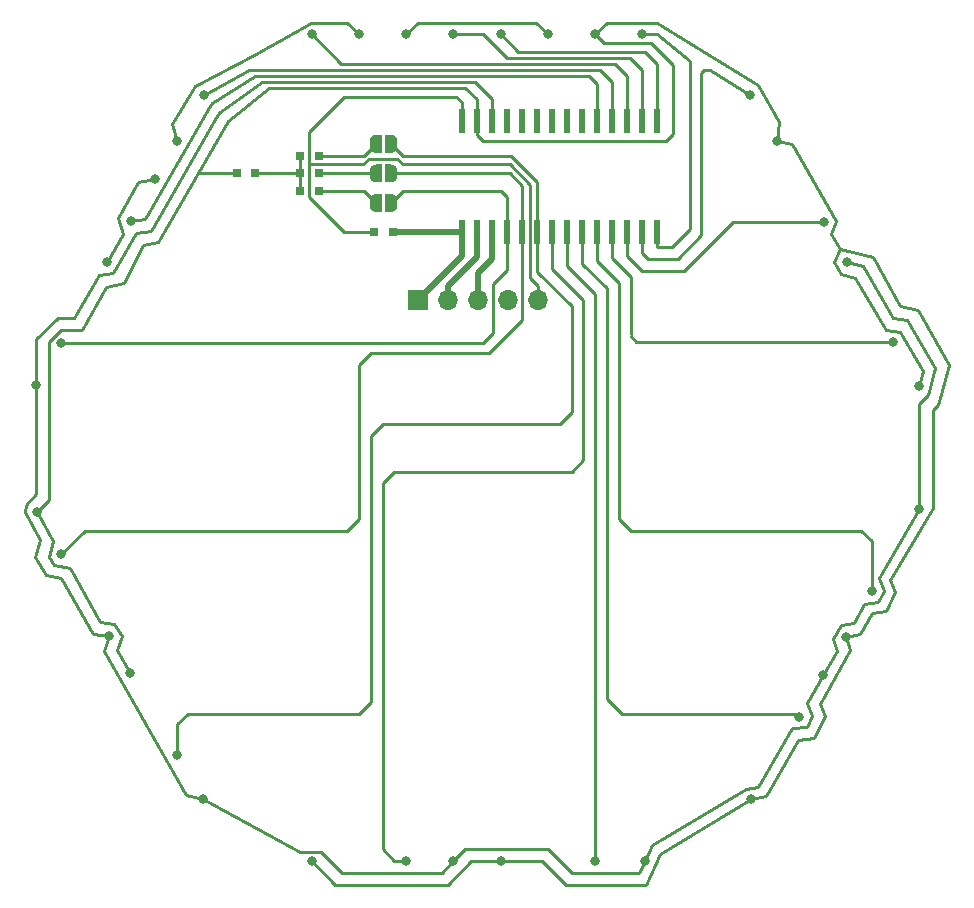
<source format=gbl>
G04 #@! TF.GenerationSoftware,KiCad,Pcbnew,(5.0.2)-1*
G04 #@! TF.CreationDate,2020-09-09T23:39:04+09:00*
G04 #@! TF.ProjectId,Tile,54696c65-2e6b-4696-9361-645f70636258,rev?*
G04 #@! TF.SameCoordinates,Original*
G04 #@! TF.FileFunction,Copper,L2,Bot*
G04 #@! TF.FilePolarity,Positive*
%FSLAX46Y46*%
G04 Gerber Fmt 4.6, Leading zero omitted, Abs format (unit mm)*
G04 Created by KiCad (PCBNEW (5.0.2)-1) date 2020/09/09 23:39:04*
%MOMM*%
%LPD*%
G01*
G04 APERTURE LIST*
G04 #@! TA.AperFunction,SMDPad,CuDef*
%ADD10R,0.600000X2.000000*%
G04 #@! TD*
G04 #@! TA.AperFunction,SMDPad,CuDef*
%ADD11R,0.800000X0.800000*%
G04 #@! TD*
G04 #@! TA.AperFunction,SMDPad,CuDef*
%ADD12C,0.500000*%
G04 #@! TD*
G04 #@! TA.AperFunction,Conductor*
%ADD13C,0.100000*%
G04 #@! TD*
G04 #@! TA.AperFunction,ComponentPad*
%ADD14R,1.700000X1.700000*%
G04 #@! TD*
G04 #@! TA.AperFunction,ComponentPad*
%ADD15O,1.700000X1.700000*%
G04 #@! TD*
G04 #@! TA.AperFunction,ViaPad*
%ADD16C,0.800000*%
G04 #@! TD*
G04 #@! TA.AperFunction,Conductor*
%ADD17C,0.250000*%
G04 #@! TD*
G04 #@! TA.AperFunction,Conductor*
%ADD18C,0.500000*%
G04 #@! TD*
G04 APERTURE END LIST*
D10*
G04 #@! TO.P,U1,1*
G04 #@! TO.N,GND*
X128745000Y-77300000D03*
G04 #@! TO.P,U1,2*
G04 #@! TO.N,Net-(D1-Pad1)*
X130015000Y-77300000D03*
G04 #@! TO.P,U1,3*
G04 #@! TO.N,Net-(D17-Pad1)*
X131285000Y-77300000D03*
G04 #@! TO.P,U1,4*
G04 #@! TO.N,Net-(U1-Pad4)*
X132555000Y-77300000D03*
G04 #@! TO.P,U1,5*
G04 #@! TO.N,Net-(U1-Pad5)*
X133825000Y-77300000D03*
G04 #@! TO.P,U1,6*
G04 #@! TO.N,Net-(U1-Pad6)*
X135095000Y-77300000D03*
G04 #@! TO.P,U1,7*
G04 #@! TO.N,Net-(U1-Pad7)*
X136365000Y-77300000D03*
G04 #@! TO.P,U1,8*
G04 #@! TO.N,Net-(U1-Pad8)*
X137635000Y-77300000D03*
G04 #@! TO.P,U1,9*
G04 #@! TO.N,Net-(U1-Pad9)*
X138905000Y-77300000D03*
G04 #@! TO.P,U1,10*
G04 #@! TO.N,Net-(D16-Pad2)*
X140175000Y-77300000D03*
G04 #@! TO.P,U1,11*
G04 #@! TO.N,Net-(D15-Pad2)*
X141445000Y-77300000D03*
G04 #@! TO.P,U1,12*
G04 #@! TO.N,Net-(D14-Pad2)*
X142715000Y-77300000D03*
G04 #@! TO.P,U1,13*
G04 #@! TO.N,Net-(D13-Pad2)*
X143985000Y-77300000D03*
G04 #@! TO.P,U1,14*
G04 #@! TO.N,Net-(D12-Pad2)*
X145255000Y-77300000D03*
G04 #@! TO.P,U1,15*
G04 #@! TO.N,Net-(D11-Pad2)*
X145255000Y-86700000D03*
G04 #@! TO.P,U1,16*
G04 #@! TO.N,Net-(D10-Pad2)*
X143985000Y-86700000D03*
G04 #@! TO.P,U1,17*
G04 #@! TO.N,Net-(D9-Pad2)*
X142715000Y-86700000D03*
G04 #@! TO.P,U1,18*
G04 #@! TO.N,Net-(D24-Pad2)*
X141445000Y-86700000D03*
G04 #@! TO.P,U1,19*
G04 #@! TO.N,Net-(D23-Pad2)*
X140175000Y-86700000D03*
G04 #@! TO.P,U1,20*
G04 #@! TO.N,Net-(D22-Pad2)*
X138905000Y-86700000D03*
G04 #@! TO.P,U1,21*
G04 #@! TO.N,Net-(D21-Pad2)*
X137635000Y-86700000D03*
G04 #@! TO.P,U1,22*
G04 #@! TO.N,Net-(D20-Pad2)*
X136365000Y-86700000D03*
G04 #@! TO.P,U1,23*
G04 #@! TO.N,Net-(D19-Pad2)*
X135095000Y-86700000D03*
G04 #@! TO.P,U1,24*
G04 #@! TO.N,Net-(D18-Pad2)*
X133825000Y-86700000D03*
G04 #@! TO.P,U1,25*
G04 #@! TO.N,Net-(D1-Pad2)*
X132555000Y-86700000D03*
G04 #@! TO.P,U1,26*
G04 #@! TO.N,SCL*
X131285000Y-86700000D03*
G04 #@! TO.P,U1,27*
G04 #@! TO.N,SDA*
X130015000Y-86700000D03*
G04 #@! TO.P,U1,28*
G04 #@! TO.N,+5V*
X128745000Y-86700000D03*
G04 #@! TD*
D11*
G04 #@! TO.P,C1,1*
G04 #@! TO.N,+5V*
X122900000Y-86750000D03*
G04 #@! TO.P,C1,2*
G04 #@! TO.N,GND*
X121300000Y-86750000D03*
G04 #@! TD*
G04 #@! TO.P,D25,1*
G04 #@! TO.N,Net-(D25-Pad1)*
X111240130Y-81746186D03*
G04 #@! TO.P,D25,2*
G04 #@! TO.N,Net-(D1-Pad1)*
X109640130Y-81746186D03*
G04 #@! TD*
D12*
G04 #@! TO.P,A2,2*
G04 #@! TO.N,Net-(D1-Pad2)*
X122730130Y-84253186D03*
D13*
G04 #@! TD*
G04 #@! TO.N,Net-(D1-Pad2)*
G04 #@! TO.C,A2*
G36*
X122730130Y-83503788D02*
X122754664Y-83503788D01*
X122803495Y-83508598D01*
X122851620Y-83518170D01*
X122898575Y-83532414D01*
X122943908Y-83551191D01*
X122987181Y-83574322D01*
X123027980Y-83601582D01*
X123065909Y-83632710D01*
X123100606Y-83667407D01*
X123131734Y-83705336D01*
X123158994Y-83746135D01*
X123182125Y-83789408D01*
X123200902Y-83834741D01*
X123215146Y-83881696D01*
X123224718Y-83929821D01*
X123229528Y-83978652D01*
X123229528Y-84003186D01*
X123230130Y-84003186D01*
X123230130Y-84503186D01*
X123229528Y-84503186D01*
X123229528Y-84527720D01*
X123224718Y-84576551D01*
X123215146Y-84624676D01*
X123200902Y-84671631D01*
X123182125Y-84716964D01*
X123158994Y-84760237D01*
X123131734Y-84801036D01*
X123100606Y-84838965D01*
X123065909Y-84873662D01*
X123027980Y-84904790D01*
X122987181Y-84932050D01*
X122943908Y-84955181D01*
X122898575Y-84973958D01*
X122851620Y-84988202D01*
X122803495Y-84997774D01*
X122754664Y-85002584D01*
X122730130Y-85002584D01*
X122730130Y-85003186D01*
X122230130Y-85003186D01*
X122230130Y-83503186D01*
X122730130Y-83503186D01*
X122730130Y-83503788D01*
X122730130Y-83503788D01*
G37*
D12*
G04 #@! TO.P,A2,1*
G04 #@! TO.N,Net-(JP1-Pad1)*
X121430130Y-84253186D03*
D13*
G04 #@! TD*
G04 #@! TO.N,Net-(JP1-Pad1)*
G04 #@! TO.C,A2*
G36*
X121930130Y-85003186D02*
X121430130Y-85003186D01*
X121430130Y-85002584D01*
X121405596Y-85002584D01*
X121356765Y-84997774D01*
X121308640Y-84988202D01*
X121261685Y-84973958D01*
X121216352Y-84955181D01*
X121173079Y-84932050D01*
X121132280Y-84904790D01*
X121094351Y-84873662D01*
X121059654Y-84838965D01*
X121028526Y-84801036D01*
X121001266Y-84760237D01*
X120978135Y-84716964D01*
X120959358Y-84671631D01*
X120945114Y-84624676D01*
X120935542Y-84576551D01*
X120930732Y-84527720D01*
X120930732Y-84503186D01*
X120930130Y-84503186D01*
X120930130Y-84003186D01*
X120930732Y-84003186D01*
X120930732Y-83978652D01*
X120935542Y-83929821D01*
X120945114Y-83881696D01*
X120959358Y-83834741D01*
X120978135Y-83789408D01*
X121001266Y-83746135D01*
X121028526Y-83705336D01*
X121059654Y-83667407D01*
X121094351Y-83632710D01*
X121132280Y-83601582D01*
X121173079Y-83574322D01*
X121216352Y-83551191D01*
X121261685Y-83532414D01*
X121308640Y-83518170D01*
X121356765Y-83508598D01*
X121405596Y-83503788D01*
X121430130Y-83503788D01*
X121430130Y-83503186D01*
X121930130Y-83503186D01*
X121930130Y-85003186D01*
X121930130Y-85003186D01*
G37*
D12*
G04 #@! TO.P,A1,1*
G04 #@! TO.N,Net-(JP2-Pad1)*
X121430130Y-81753186D03*
D13*
G04 #@! TD*
G04 #@! TO.N,Net-(JP2-Pad1)*
G04 #@! TO.C,A1*
G36*
X121930130Y-82503186D02*
X121430130Y-82503186D01*
X121430130Y-82502584D01*
X121405596Y-82502584D01*
X121356765Y-82497774D01*
X121308640Y-82488202D01*
X121261685Y-82473958D01*
X121216352Y-82455181D01*
X121173079Y-82432050D01*
X121132280Y-82404790D01*
X121094351Y-82373662D01*
X121059654Y-82338965D01*
X121028526Y-82301036D01*
X121001266Y-82260237D01*
X120978135Y-82216964D01*
X120959358Y-82171631D01*
X120945114Y-82124676D01*
X120935542Y-82076551D01*
X120930732Y-82027720D01*
X120930732Y-82003186D01*
X120930130Y-82003186D01*
X120930130Y-81503186D01*
X120930732Y-81503186D01*
X120930732Y-81478652D01*
X120935542Y-81429821D01*
X120945114Y-81381696D01*
X120959358Y-81334741D01*
X120978135Y-81289408D01*
X121001266Y-81246135D01*
X121028526Y-81205336D01*
X121059654Y-81167407D01*
X121094351Y-81132710D01*
X121132280Y-81101582D01*
X121173079Y-81074322D01*
X121216352Y-81051191D01*
X121261685Y-81032414D01*
X121308640Y-81018170D01*
X121356765Y-81008598D01*
X121405596Y-81003788D01*
X121430130Y-81003788D01*
X121430130Y-81003186D01*
X121930130Y-81003186D01*
X121930130Y-82503186D01*
X121930130Y-82503186D01*
G37*
D12*
G04 #@! TO.P,A1,2*
G04 #@! TO.N,Net-(D18-Pad2)*
X122730130Y-81753186D03*
D13*
G04 #@! TD*
G04 #@! TO.N,Net-(D18-Pad2)*
G04 #@! TO.C,A1*
G36*
X122730130Y-81003788D02*
X122754664Y-81003788D01*
X122803495Y-81008598D01*
X122851620Y-81018170D01*
X122898575Y-81032414D01*
X122943908Y-81051191D01*
X122987181Y-81074322D01*
X123027980Y-81101582D01*
X123065909Y-81132710D01*
X123100606Y-81167407D01*
X123131734Y-81205336D01*
X123158994Y-81246135D01*
X123182125Y-81289408D01*
X123200902Y-81334741D01*
X123215146Y-81381696D01*
X123224718Y-81429821D01*
X123229528Y-81478652D01*
X123229528Y-81503186D01*
X123230130Y-81503186D01*
X123230130Y-82003186D01*
X123229528Y-82003186D01*
X123229528Y-82027720D01*
X123224718Y-82076551D01*
X123215146Y-82124676D01*
X123200902Y-82171631D01*
X123182125Y-82216964D01*
X123158994Y-82260237D01*
X123131734Y-82301036D01*
X123100606Y-82338965D01*
X123065909Y-82373662D01*
X123027980Y-82404790D01*
X122987181Y-82432050D01*
X122943908Y-82455181D01*
X122898575Y-82473958D01*
X122851620Y-82488202D01*
X122803495Y-82497774D01*
X122754664Y-82502584D01*
X122730130Y-82502584D01*
X122730130Y-82503186D01*
X122230130Y-82503186D01*
X122230130Y-81003186D01*
X122730130Y-81003186D01*
X122730130Y-81003788D01*
X122730130Y-81003788D01*
G37*
D12*
G04 #@! TO.P,A0,2*
G04 #@! TO.N,Net-(D19-Pad2)*
X122730130Y-79253186D03*
D13*
G04 #@! TD*
G04 #@! TO.N,Net-(D19-Pad2)*
G04 #@! TO.C,A0*
G36*
X122730130Y-78503788D02*
X122754664Y-78503788D01*
X122803495Y-78508598D01*
X122851620Y-78518170D01*
X122898575Y-78532414D01*
X122943908Y-78551191D01*
X122987181Y-78574322D01*
X123027980Y-78601582D01*
X123065909Y-78632710D01*
X123100606Y-78667407D01*
X123131734Y-78705336D01*
X123158994Y-78746135D01*
X123182125Y-78789408D01*
X123200902Y-78834741D01*
X123215146Y-78881696D01*
X123224718Y-78929821D01*
X123229528Y-78978652D01*
X123229528Y-79003186D01*
X123230130Y-79003186D01*
X123230130Y-79503186D01*
X123229528Y-79503186D01*
X123229528Y-79527720D01*
X123224718Y-79576551D01*
X123215146Y-79624676D01*
X123200902Y-79671631D01*
X123182125Y-79716964D01*
X123158994Y-79760237D01*
X123131734Y-79801036D01*
X123100606Y-79838965D01*
X123065909Y-79873662D01*
X123027980Y-79904790D01*
X122987181Y-79932050D01*
X122943908Y-79955181D01*
X122898575Y-79973958D01*
X122851620Y-79988202D01*
X122803495Y-79997774D01*
X122754664Y-80002584D01*
X122730130Y-80002584D01*
X122730130Y-80003186D01*
X122230130Y-80003186D01*
X122230130Y-78503186D01*
X122730130Y-78503186D01*
X122730130Y-78503788D01*
X122730130Y-78503788D01*
G37*
D12*
G04 #@! TO.P,A0,1*
G04 #@! TO.N,Net-(JP3-Pad1)*
X121430130Y-79253186D03*
D13*
G04 #@! TD*
G04 #@! TO.N,Net-(JP3-Pad1)*
G04 #@! TO.C,A0*
G36*
X121930130Y-80003186D02*
X121430130Y-80003186D01*
X121430130Y-80002584D01*
X121405596Y-80002584D01*
X121356765Y-79997774D01*
X121308640Y-79988202D01*
X121261685Y-79973958D01*
X121216352Y-79955181D01*
X121173079Y-79932050D01*
X121132280Y-79904790D01*
X121094351Y-79873662D01*
X121059654Y-79838965D01*
X121028526Y-79801036D01*
X121001266Y-79760237D01*
X120978135Y-79716964D01*
X120959358Y-79671631D01*
X120945114Y-79624676D01*
X120935542Y-79576551D01*
X120930732Y-79527720D01*
X120930732Y-79503186D01*
X120930130Y-79503186D01*
X120930130Y-79003186D01*
X120930732Y-79003186D01*
X120930732Y-78978652D01*
X120935542Y-78929821D01*
X120945114Y-78881696D01*
X120959358Y-78834741D01*
X120978135Y-78789408D01*
X121001266Y-78746135D01*
X121028526Y-78705336D01*
X121059654Y-78667407D01*
X121094351Y-78632710D01*
X121132280Y-78601582D01*
X121173079Y-78574322D01*
X121216352Y-78551191D01*
X121261685Y-78532414D01*
X121308640Y-78518170D01*
X121356765Y-78508598D01*
X121405596Y-78503788D01*
X121430130Y-78503788D01*
X121430130Y-78503186D01*
X121930130Y-78503186D01*
X121930130Y-80003186D01*
X121930130Y-80003186D01*
G37*
D11*
G04 #@! TO.P,R1,2*
G04 #@! TO.N,Net-(D25-Pad1)*
X115030130Y-83253186D03*
G04 #@! TO.P,R1,1*
G04 #@! TO.N,Net-(JP1-Pad1)*
X116630130Y-83253186D03*
G04 #@! TD*
G04 #@! TO.P,R2,2*
G04 #@! TO.N,Net-(D25-Pad1)*
X115030130Y-81753186D03*
G04 #@! TO.P,R2,1*
G04 #@! TO.N,Net-(JP2-Pad1)*
X116630130Y-81753186D03*
G04 #@! TD*
G04 #@! TO.P,R3,1*
G04 #@! TO.N,Net-(JP3-Pad1)*
X116630130Y-80253186D03*
G04 #@! TO.P,R3,2*
G04 #@! TO.N,Net-(D25-Pad1)*
X115030130Y-80253186D03*
G04 #@! TD*
D14*
G04 #@! TO.P,CN1,1*
G04 #@! TO.N,+5V*
X125000000Y-92500000D03*
D15*
G04 #@! TO.P,CN1,2*
G04 #@! TO.N,SDA*
X127540000Y-92500000D03*
G04 #@! TO.P,CN1,3*
G04 #@! TO.N,SCL*
X130080000Y-92500000D03*
G04 #@! TO.P,CN1,4*
G04 #@! TO.N,Net-(CN1-Pad4)*
X132620000Y-92500000D03*
G04 #@! TO.P,CN1,5*
G04 #@! TO.N,GND*
X135160000Y-92500000D03*
G04 #@! TD*
D16*
G04 #@! TO.N,Net-(D1-Pad1)*
X132000000Y-140000000D03*
X116000000Y-140000000D03*
X100600000Y-124050000D03*
X92750000Y-110450000D03*
X153200000Y-134740046D03*
X136000000Y-70000000D03*
X140000000Y-70000000D03*
X98706317Y-89250000D03*
X102759957Y-82200000D03*
X120000000Y-70000000D03*
X104607477Y-79000000D03*
X155392523Y-79000000D03*
X167400000Y-99800000D03*
X161200000Y-121000000D03*
X124000000Y-70000000D03*
G04 #@! TO.N,Net-(D1-Pad2)*
X94734787Y-96100000D03*
G04 #@! TO.N,Net-(D10-Pad2)*
X153100000Y-75100000D03*
G04 #@! TO.N,Net-(D11-Pad2)*
X144000000Y-70000000D03*
G04 #@! TO.N,Net-(D18-Pad2)*
X94803088Y-114000000D03*
G04 #@! TO.N,Net-(D19-Pad2)*
X104618043Y-131000000D03*
G04 #@! TO.N,Net-(D12-Pad2)*
X132000000Y-70000000D03*
G04 #@! TO.N,Net-(D13-Pad2)*
X128000000Y-70000000D03*
G04 #@! TO.N,Net-(D14-Pad2)*
X116000000Y-70000000D03*
G04 #@! TO.N,Net-(D15-Pad2)*
X106881179Y-75100000D03*
G04 #@! TO.N,Net-(D20-Pad2)*
X124000000Y-140000000D03*
G04 #@! TO.N,Net-(D21-Pad2)*
X140000000Y-140000000D03*
G04 #@! TO.N,Net-(D22-Pad2)*
X157268911Y-127750000D03*
G04 #@! TO.N,Net-(D23-Pad2)*
X163400000Y-117130643D03*
G04 #@! TO.N,Net-(D24-Pad2)*
X165207477Y-96000000D03*
G04 #@! TO.N,Net-(D16-Pad2)*
X100700000Y-85800000D03*
G04 #@! TO.N,Net-(D17-Pad1)*
X167400000Y-110200000D03*
X159329734Y-124200000D03*
X144200000Y-140000000D03*
X128000000Y-140000000D03*
X106800000Y-134700000D03*
X98800000Y-120900000D03*
X92700000Y-99700000D03*
X161300000Y-89250000D03*
G04 #@! TO.N,Net-(D9-Pad2)*
X159350000Y-85850000D03*
G04 #@! TD*
D17*
G04 #@! TO.N,GND*
X118741942Y-86750000D02*
X115755131Y-83763189D01*
X121300000Y-86750000D02*
X118741942Y-86750000D01*
X128245000Y-75250000D02*
X128745000Y-75750000D01*
X118750000Y-75250000D02*
X128245000Y-75250000D01*
X128745000Y-75750000D02*
X128745000Y-77300000D01*
X115755131Y-78244869D02*
X118750000Y-75250000D01*
X115755131Y-83763189D02*
X115755131Y-81000000D01*
X115755131Y-81000000D02*
X115755131Y-78244869D01*
X132750000Y-81000000D02*
X123750000Y-81000000D01*
X135160000Y-91297919D02*
X134469999Y-90607918D01*
X123750000Y-81000000D02*
X123250000Y-80500000D01*
X120819726Y-80500000D02*
X120319726Y-81000000D01*
X123250000Y-80500000D02*
X120819726Y-80500000D01*
X134469999Y-90607918D02*
X134469999Y-82719999D01*
X134469999Y-82719999D02*
X132750000Y-81000000D01*
X120319726Y-81000000D02*
X115755131Y-81000000D01*
X135160000Y-92500000D02*
X135160000Y-91297919D01*
G04 #@! TO.N,Net-(D1-Pad1)*
X94100000Y-112900000D02*
X92750000Y-110450000D01*
X93800000Y-114200000D02*
X94100000Y-112900000D01*
X99500000Y-122100000D02*
X99900000Y-120900000D01*
X94200000Y-114900000D02*
X93800000Y-114200000D01*
X100600000Y-124050000D02*
X99500000Y-122100000D01*
X99900000Y-120900000D02*
X99300000Y-119900000D01*
X99300000Y-119900000D02*
X98100000Y-119700000D01*
X98100000Y-119700000D02*
X95500000Y-115200000D01*
X95500000Y-115200000D02*
X94200000Y-114900000D01*
X167750000Y-98500000D02*
X167400000Y-99800000D01*
X165800000Y-95200000D02*
X167750000Y-98500000D01*
X164600000Y-95000000D02*
X165800000Y-95200000D01*
X160800000Y-90300000D02*
X162000000Y-90600000D01*
X156700000Y-79300000D02*
X160400000Y-85800000D01*
X155392523Y-79000000D02*
X156700000Y-79300000D01*
X162000000Y-90600000D02*
X164600000Y-95000000D01*
X160400000Y-85800000D02*
X160000000Y-86900000D01*
X160000000Y-86900000D02*
X160700000Y-88200000D01*
X160700000Y-88200000D02*
X160200000Y-89300000D01*
X160200000Y-89300000D02*
X160800000Y-90300000D01*
X163500000Y-88800000D02*
X160700000Y-88200000D01*
X167300000Y-93300000D02*
X165800000Y-93000000D01*
X170000000Y-98000000D02*
X167300000Y-93300000D01*
X168600000Y-101800000D02*
X169000000Y-101400000D01*
X165800000Y-93000000D02*
X163500000Y-88800000D01*
X168600000Y-110100000D02*
X168600000Y-101800000D01*
X161200000Y-121000000D02*
X162400000Y-120800000D01*
X169000000Y-101400000D02*
X170000000Y-98000000D01*
X163400000Y-119000000D02*
X164600000Y-118800000D01*
X164600000Y-118800000D02*
X165400000Y-117200000D01*
X162400000Y-120800000D02*
X163400000Y-119000000D01*
X165400000Y-117200000D02*
X165000000Y-116200000D01*
X165000000Y-116200000D02*
X168600000Y-110100000D01*
X161600000Y-122100000D02*
X161200000Y-121000000D01*
X153200000Y-134740046D02*
X154500000Y-134500000D01*
X156100000Y-131700000D02*
X157200000Y-129700000D01*
X159000000Y-126700000D02*
X161600000Y-122100000D01*
X157200000Y-129700000D02*
X158500000Y-129600000D01*
X158500000Y-129600000D02*
X159500000Y-127700000D01*
X154500000Y-134500000D02*
X156100000Y-131700000D01*
X159500000Y-127700000D02*
X159000000Y-126700000D01*
X100000000Y-86900000D02*
X99600000Y-85500000D01*
X98706317Y-89250000D02*
X100000000Y-86900000D01*
X99600000Y-85500000D02*
X101300000Y-82500000D01*
X101300000Y-82500000D02*
X102759957Y-82200000D01*
X119000000Y-69000000D02*
X120000000Y-70000000D01*
X115900000Y-69000000D02*
X119000000Y-69000000D01*
X111100000Y-71700000D02*
X115900000Y-69000000D01*
X106100000Y-74400000D02*
X111100000Y-71700000D01*
X104607477Y-79000000D02*
X104200000Y-77600000D01*
X104200000Y-77600000D02*
X106100000Y-74400000D01*
X130015000Y-76050000D02*
X130015000Y-77300000D01*
X124000000Y-70000000D02*
X125000000Y-69000000D01*
X125000000Y-69000000D02*
X135000000Y-69000000D01*
X135000000Y-69000000D02*
X136000000Y-70000000D01*
X145500000Y-139400000D02*
X153200000Y-134740046D01*
X144300000Y-142000000D02*
X145500000Y-139400000D01*
X137500000Y-142000000D02*
X144300000Y-142000000D01*
X132000000Y-140000000D02*
X135500000Y-140000000D01*
X135500000Y-140000000D02*
X137500000Y-142000000D01*
X131000000Y-140000000D02*
X132000000Y-140000000D01*
X129500000Y-140000000D02*
X131000000Y-140000000D01*
X127500000Y-142000000D02*
X129500000Y-140000000D01*
X116000000Y-140000000D02*
X118000000Y-142000000D01*
X118000000Y-142000000D02*
X127500000Y-142000000D01*
X155600000Y-77400000D02*
X155392523Y-79000000D01*
X153800000Y-74300000D02*
X155600000Y-77400000D01*
X145200000Y-69000000D02*
X153800000Y-74300000D01*
X140000000Y-70000000D02*
X141000000Y-69000000D01*
X141000000Y-69000000D02*
X145200000Y-69000000D01*
X130465000Y-79000000D02*
X146000000Y-79000000D01*
X140725001Y-70725001D02*
X140000000Y-70000000D01*
X144725001Y-70725001D02*
X140725001Y-70725001D01*
X130015000Y-78550000D02*
X130465000Y-79000000D01*
X130015000Y-77300000D02*
X130015000Y-78550000D01*
X146600000Y-72600000D02*
X146600000Y-78400000D01*
X146000000Y-79000000D02*
X146600000Y-78400000D01*
X146600000Y-72600000D02*
X144725001Y-70725001D01*
X93750000Y-109450000D02*
X92750000Y-110450000D01*
X93750000Y-96011785D02*
X93750000Y-109450000D01*
X94761785Y-95000000D02*
X93750000Y-96011785D01*
X103000000Y-87600000D02*
X101750000Y-87800000D01*
X101750000Y-87800000D02*
X100100000Y-91000000D01*
X100100000Y-91000000D02*
X98600000Y-91350000D01*
X98600000Y-91350000D02*
X96550000Y-95000000D01*
X96550000Y-95000000D02*
X94761785Y-95000000D01*
X106425798Y-81746186D02*
X106379612Y-81700000D01*
X109640130Y-81746186D02*
X106425798Y-81746186D01*
X106379612Y-81700000D02*
X103000000Y-87600000D01*
X108900000Y-77300000D02*
X106379612Y-81700000D01*
X112378788Y-74500000D02*
X108900000Y-77300000D01*
X129015000Y-74500000D02*
X112378788Y-74500000D01*
X130015000Y-75500000D02*
X129015000Y-74500000D01*
X130015000Y-77300000D02*
X130015000Y-75500000D01*
G04 #@! TO.N,Net-(D1-Pad2)*
X132555000Y-89945000D02*
X131350000Y-91150000D01*
X130500000Y-96100000D02*
X94734787Y-96100000D01*
X131350000Y-91150000D02*
X131350000Y-95250000D01*
X131350000Y-95250000D02*
X130500000Y-96100000D01*
X132555000Y-86700000D02*
X132555000Y-89945000D01*
X132055000Y-83250000D02*
X132555000Y-83750000D01*
X123733316Y-83250000D02*
X132055000Y-83250000D01*
X132555000Y-83750000D02*
X132555000Y-86700000D01*
X122730130Y-84253186D02*
X123733316Y-83250000D01*
G04 #@! TO.N,Net-(D10-Pad2)*
X143985000Y-88485000D02*
X144500000Y-89000000D01*
X144500000Y-89000000D02*
X147000000Y-89000000D01*
X143985000Y-86700000D02*
X143985000Y-88485000D01*
X149250000Y-73000000D02*
X149750000Y-73000000D01*
X149750000Y-73000000D02*
X153100000Y-75100000D01*
X149000000Y-87000000D02*
X149000000Y-73250000D01*
X149000000Y-73250000D02*
X149250000Y-73000000D01*
X147000000Y-89000000D02*
X149000000Y-87000000D01*
G04 #@! TO.N,Net-(D11-Pad2)*
X145305000Y-88000000D02*
X145255000Y-87950000D01*
X146500000Y-88000000D02*
X145305000Y-88000000D01*
X144000000Y-70000000D02*
X145250000Y-70000000D01*
X148000000Y-72250000D02*
X148000000Y-86500000D01*
X145250000Y-70000000D02*
X148000000Y-72250000D01*
X148000000Y-86500000D02*
X146500000Y-88000000D01*
X145255000Y-87950000D02*
X145255000Y-86700000D01*
G04 #@! TO.N,Net-(JP1-Pad1)*
X120430130Y-83253186D02*
X121430130Y-84253186D01*
X116630130Y-83253186D02*
X120430130Y-83253186D01*
G04 #@! TO.N,Net-(JP2-Pad1)*
X120830130Y-81753186D02*
X116630130Y-81753186D01*
X121430130Y-81753186D02*
X120830130Y-81753186D01*
G04 #@! TO.N,Net-(JP3-Pad1)*
X120430130Y-80253186D02*
X121430130Y-79253186D01*
X116630130Y-80253186D02*
X120430130Y-80253186D01*
D18*
G04 #@! TO.N,SCL*
X131250000Y-86735000D02*
X131285000Y-86700000D01*
X130080000Y-92500000D02*
X130080000Y-90205000D01*
X130080000Y-90205000D02*
X131285000Y-89000000D01*
X131285000Y-89000000D02*
X131285000Y-86700000D01*
G04 #@! TO.N,SDA*
X130000000Y-86715000D02*
X130015000Y-86700000D01*
X127540000Y-92500000D02*
X127540000Y-91297919D01*
X127540000Y-91297919D02*
X130015000Y-88822919D01*
X130015000Y-88750000D02*
X130015000Y-86700000D01*
X130015000Y-88822919D02*
X130015000Y-88750000D01*
D17*
G04 #@! TO.N,Net-(D18-Pad2)*
X133825000Y-82825000D02*
X133825000Y-86700000D01*
X122730130Y-81753186D02*
X132753186Y-81753186D01*
X132753186Y-81753186D02*
X133825000Y-82825000D01*
X120000000Y-111000000D02*
X119000000Y-112000000D01*
X119000000Y-112000000D02*
X96803088Y-112000000D01*
X120000000Y-98000000D02*
X120000000Y-111000000D01*
X121000000Y-97000000D02*
X120000000Y-98000000D01*
X131000000Y-97000000D02*
X121000000Y-97000000D01*
X133825000Y-94175000D02*
X131000000Y-97000000D01*
X133825000Y-86700000D02*
X133825000Y-94175000D01*
X96803088Y-112000000D02*
X94803088Y-114000000D01*
G04 #@! TO.N,Net-(D19-Pad2)*
X138000000Y-93000000D02*
X135095000Y-90095000D01*
X137000000Y-103000000D02*
X138000000Y-102000000D01*
X105500000Y-127500000D02*
X120000000Y-127500000D01*
X121000000Y-126500000D02*
X121000000Y-104000000D01*
X104618043Y-131000000D02*
X104618043Y-128381957D01*
X138000000Y-102000000D02*
X138000000Y-93000000D01*
X104618043Y-128381957D02*
X105500000Y-127500000D01*
X121000000Y-104000000D02*
X122000000Y-103000000D01*
X122000000Y-103000000D02*
X137000000Y-103000000D01*
X120000000Y-127500000D02*
X121000000Y-126500000D01*
X135095000Y-90095000D02*
X135095000Y-86700000D01*
X135095000Y-82500000D02*
X135095000Y-86700000D01*
X122730130Y-79253186D02*
X123726944Y-80250000D01*
X132845000Y-80250000D02*
X135095000Y-82500000D01*
X123726944Y-80250000D02*
X132845000Y-80250000D01*
G04 #@! TO.N,Net-(D12-Pad2)*
X133500000Y-71500000D02*
X132000000Y-70000000D01*
X144255000Y-71500000D02*
X133500000Y-71500000D01*
X145255000Y-72500000D02*
X144255000Y-71500000D01*
X145255000Y-77300000D02*
X145255000Y-72500000D01*
G04 #@! TO.N,Net-(D13-Pad2)*
X142985000Y-72000000D02*
X143985000Y-73000000D01*
X132500000Y-72000000D02*
X142985000Y-72000000D01*
X128000000Y-70000000D02*
X130500000Y-70000000D01*
X130500000Y-70000000D02*
X132500000Y-72000000D01*
X143985000Y-73000000D02*
X143985000Y-77300000D01*
G04 #@! TO.N,Net-(D14-Pad2)*
X118500000Y-72500000D02*
X116000000Y-70000000D01*
X141715000Y-72500000D02*
X118500000Y-72500000D01*
X142715000Y-77300000D02*
X142715000Y-73500000D01*
X142715000Y-73500000D02*
X141715000Y-72500000D01*
G04 #@! TO.N,Net-(D15-Pad2)*
X110692534Y-73000000D02*
X106881179Y-75100000D01*
X140445000Y-73000000D02*
X110692534Y-73000000D01*
X141445000Y-74000000D02*
X140445000Y-73000000D01*
X141445000Y-77300000D02*
X141445000Y-74000000D01*
G04 #@! TO.N,Net-(D20-Pad2)*
X124000000Y-140000000D02*
X123000000Y-140000000D01*
X136365000Y-89865000D02*
X136365000Y-86700000D01*
X139000000Y-92500000D02*
X136365000Y-89865000D01*
X123000000Y-140000000D02*
X122000000Y-139000000D01*
X123000000Y-107000000D02*
X138000000Y-107000000D01*
X139000000Y-106000000D02*
X139000000Y-92500000D01*
X122000000Y-108000000D02*
X123000000Y-107000000D01*
X138000000Y-107000000D02*
X139000000Y-106000000D01*
X122000000Y-139000000D02*
X122000000Y-108000000D01*
G04 #@! TO.N,Net-(D21-Pad2)*
X140000000Y-140000000D02*
X140000000Y-92000000D01*
X137635000Y-89635000D02*
X137635000Y-86700000D01*
X140000000Y-92000000D02*
X137635000Y-89635000D01*
G04 #@! TO.N,Net-(D22-Pad2)*
X138905000Y-86700000D02*
X138905000Y-89405000D01*
X138905000Y-89405000D02*
X141000000Y-91500000D01*
X157018911Y-127500000D02*
X157268911Y-127750000D01*
X141000000Y-126250000D02*
X142250000Y-127500000D01*
X142250000Y-127500000D02*
X157018911Y-127500000D01*
X141000000Y-91500000D02*
X141000000Y-126200000D01*
G04 #@! TO.N,Net-(D23-Pad2)*
X140175000Y-89175000D02*
X140175000Y-86700000D01*
X142000000Y-91000000D02*
X140175000Y-89175000D01*
X163400000Y-112900000D02*
X162500000Y-112000000D01*
X163400000Y-117130643D02*
X163400000Y-112900000D01*
X143000000Y-112000000D02*
X142000000Y-111000000D01*
X162500000Y-112000000D02*
X143000000Y-112000000D01*
X142000000Y-111000000D02*
X142000000Y-91000000D01*
G04 #@! TO.N,Net-(D24-Pad2)*
X141445000Y-86700000D02*
X141445000Y-88945000D01*
X141445000Y-88945000D02*
X143000000Y-90500000D01*
X143000000Y-95500000D02*
X143500000Y-96000000D01*
X143500000Y-96000000D02*
X144500000Y-96000000D01*
X143000000Y-90500000D02*
X143000000Y-95400000D01*
X144500000Y-96000000D02*
X165207477Y-96000000D01*
G04 #@! TO.N,Net-(D16-Pad2)*
X101900000Y-85650000D02*
X100700000Y-85800000D01*
X140175000Y-77300000D02*
X140175000Y-74175000D01*
X140175000Y-74175000D02*
X139500000Y-73500000D01*
X139500000Y-73500000D02*
X111214286Y-73500000D01*
X111214286Y-73500000D02*
X107600000Y-75800000D01*
X107600000Y-75800000D02*
X107500000Y-75900000D01*
X107500000Y-75900000D02*
X101900000Y-85650000D01*
G04 #@! TO.N,Net-(D17-Pad1)*
X160500000Y-122200000D02*
X159329734Y-124200000D01*
X160100000Y-121200000D02*
X160500000Y-122200000D01*
X160800000Y-120000000D02*
X160100000Y-121200000D01*
X164050000Y-116000000D02*
X164450000Y-117150000D01*
X167400000Y-110200000D02*
X164050000Y-116000000D01*
X164450000Y-117150000D02*
X163950000Y-118050000D01*
X163950000Y-118050000D02*
X162788420Y-118200000D01*
X162788420Y-118200000D02*
X161900000Y-119800000D01*
X161900000Y-119800000D02*
X160800000Y-120000000D01*
X98400000Y-122200000D02*
X98800000Y-120900000D01*
X106800000Y-134700000D02*
X105400000Y-134400000D01*
X105400000Y-134400000D02*
X98400000Y-122200000D01*
X127000000Y-141000000D02*
X128000000Y-140000000D01*
X118600000Y-141000000D02*
X127000000Y-141000000D01*
X116800000Y-139200000D02*
X118600000Y-141000000D01*
X106800000Y-134700000D02*
X115000000Y-139200000D01*
X115000000Y-139200000D02*
X116800000Y-139200000D01*
X162700000Y-89600000D02*
X161300000Y-89250000D01*
X167400000Y-101300000D02*
X168200000Y-100500000D01*
X167400000Y-110200000D02*
X167400000Y-101300000D01*
X168200000Y-100500000D02*
X168800000Y-98200000D01*
X168800000Y-98200000D02*
X166400000Y-94200000D01*
X166400000Y-94200000D02*
X165200000Y-94000000D01*
X165200000Y-94000000D02*
X162700000Y-89600000D01*
X152800000Y-133900000D02*
X144800000Y-138600000D01*
X157900000Y-126600000D02*
X158400000Y-127700000D01*
X159329734Y-124200000D02*
X157900000Y-126600000D01*
X144800000Y-138600000D02*
X144200000Y-140000000D01*
X157900000Y-128600000D02*
X156700000Y-128700000D01*
X158400000Y-127700000D02*
X157900000Y-128600000D01*
X156700000Y-128700000D02*
X153800000Y-133700000D01*
X153800000Y-133700000D02*
X152800000Y-133900000D01*
X92700000Y-108900000D02*
X92700000Y-99700000D01*
X91800000Y-109800000D02*
X92700000Y-108900000D01*
X91700000Y-110443750D02*
X91800000Y-109800000D01*
X98800000Y-120900000D02*
X97500000Y-120750000D01*
X94750000Y-116000000D02*
X93500000Y-115750000D01*
X97500000Y-120750000D02*
X94750000Y-116000000D01*
X93500000Y-115750000D02*
X92600000Y-114200000D01*
X92600000Y-114200000D02*
X93000000Y-112800000D01*
X93000000Y-112800000D02*
X91700000Y-110443750D01*
X143700000Y-141000000D02*
X144200000Y-140000000D01*
X138000000Y-141000000D02*
X143700000Y-141000000D01*
X128000000Y-140000000D02*
X129000000Y-139000000D01*
X129000000Y-139000000D02*
X136000000Y-139000000D01*
X136000000Y-139000000D02*
X138000000Y-141000000D01*
X131285000Y-77300000D02*
X131285000Y-75785000D01*
X95900000Y-94000000D02*
X94500000Y-94000000D01*
X99200000Y-90200000D02*
X98000000Y-90400000D01*
X101100000Y-86800000D02*
X99200000Y-90200000D01*
X94500000Y-94000000D02*
X92700000Y-95800000D01*
X102400000Y-86600000D02*
X101100000Y-86800000D01*
X131285000Y-75500000D02*
X129785000Y-74000000D01*
X129785000Y-74000000D02*
X111806451Y-74000000D01*
X92700000Y-95800000D02*
X92700000Y-99700000D01*
X111806451Y-74000000D02*
X108200000Y-76600000D01*
X108200000Y-76600000D02*
X108100000Y-76700000D01*
X98000000Y-90400000D02*
X95900000Y-94000000D01*
X131285000Y-77300000D02*
X131285000Y-75500000D01*
X108100000Y-76700000D02*
X102400000Y-86600000D01*
D18*
G04 #@! TO.N,+5V*
X128695000Y-86750000D02*
X128745000Y-86700000D01*
X122900000Y-86750000D02*
X128695000Y-86750000D01*
X125000000Y-92500000D02*
X128745000Y-88755000D01*
X128745000Y-88755000D02*
X128745000Y-88255000D01*
X128745000Y-88255000D02*
X128745000Y-86700000D01*
D17*
G04 #@! TO.N,Net-(D9-Pad2)*
X142715000Y-88785000D02*
X142715000Y-86700000D01*
X143930000Y-90000000D02*
X142715000Y-88785000D01*
X147500000Y-90000000D02*
X143930000Y-90000000D01*
X152000000Y-85850000D02*
X151650000Y-85850000D01*
X159350000Y-85850000D02*
X152000000Y-85850000D01*
X147500000Y-90000000D02*
X151650000Y-85850000D01*
G04 #@! TO.N,Net-(D25-Pad1)*
X111247130Y-81753186D02*
X111240130Y-81746186D01*
X115030130Y-81753186D02*
X111247130Y-81753186D01*
X115030130Y-80253186D02*
X115030130Y-83253186D01*
G04 #@! TD*
M02*

</source>
